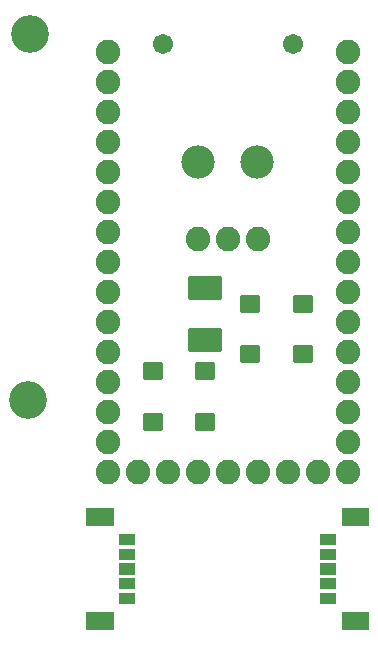
<source format=gbr>
G04 --- HEADER BEGIN --- *
G04 #@! TF.GenerationSoftware,LibrePCB,LibrePCB,1.1.0*
G04 #@! TF.CreationDate,2024-04-23T21:01:02*
G04 #@! TF.ProjectId,motherboard (Version 2),e7e7bca0-b6b9-4684-b626-93943a2f5169,version_2*
G04 #@! TF.Part,Single*
G04 #@! TF.SameCoordinates*
G04 #@! TF.FileFunction,Soldermask,Bot*
G04 #@! TF.FilePolarity,Negative*
%FSLAX66Y66*%
%MOMM*%
G01*
G75*
G04 --- HEADER END --- *
G04 --- APERTURE LIST BEGIN --- *
%ADD10C,2.0796*%
%AMROUNDEDRECT11*20,1,1.47,-0.735,0.0,0.735,0.0,0.0*20,1,1.27,-0.835,0.0,0.835,0.0,0.0*1,1,0.2,-0.735,0.635*1,1,0.2,0.735,0.635*1,1,0.2,0.735,-0.635*1,1,0.2,-0.735,-0.635*%
%ADD11ROUNDEDRECT11*%
%AMROUNDEDRECT12*20,1,2.0,-1.35,0.0,1.35,0.0,0.0*20,1,1.8,-1.45,0.0,1.45,0.0,0.0*1,1,0.2,-1.35,0.9*1,1,0.2,1.35,0.9*1,1,0.2,1.35,-0.9*1,1,0.2,-1.35,-0.9*%
%ADD12ROUNDEDRECT12*%
%ADD13C,0.01*%
%ADD14C,1.708*%
%ADD15C,2.825*%
%ADD16C,3.2*%
G04 --- APERTURE LIST END --- *
G04 --- BOARD BEGIN --- *
D10*
G04 #@! TO.C,J6*
X42545000Y62865000D03*
X42545000Y65405000D03*
X42545000Y70485000D03*
X42545000Y60325000D03*
X42545000Y40005000D03*
X42545000Y42545000D03*
X42545000Y47625000D03*
X42545000Y52705000D03*
X42545000Y37465000D03*
X42545000Y57785000D03*
X42545000Y67945000D03*
X42545000Y45085000D03*
X42545000Y55245000D03*
X42545000Y50165000D03*
D11*
G04 #@! TO.C,D7*
X59055000Y44840000D03*
X59055000Y49140000D03*
D12*
G04 #@! TO.C,R3*
X50800000Y46060000D03*
X50800000Y50460000D03*
D10*
G04 #@! TO.C,J7*
X62865000Y62865000D03*
X62865000Y65405000D03*
X62865000Y70485000D03*
X62865000Y60325000D03*
X62865000Y40005000D03*
X62865000Y42545000D03*
X62865000Y47625000D03*
X62865000Y52705000D03*
X62865000Y37465000D03*
X62865000Y57785000D03*
X62865000Y67945000D03*
X62865000Y45085000D03*
X62865000Y55245000D03*
X62865000Y50165000D03*
D11*
G04 #@! TO.C,D4*
X46355000Y39125000D03*
X46355000Y43425000D03*
D13*
G04 #@! TO.C,J1*
G36*
X60533800Y24943800D02*
X60533800Y25896200D01*
X61886200Y25896200D01*
X61886200Y24943800D01*
X60533800Y24943800D01*
G37*
G36*
X62353800Y21543800D02*
X62353800Y22996200D01*
X64656200Y22996200D01*
X64656200Y21543800D01*
X62353800Y21543800D01*
G37*
G36*
X60533800Y23693800D02*
X60533800Y24646200D01*
X61886200Y24646200D01*
X61886200Y23693800D01*
X60533800Y23693800D01*
G37*
G36*
X60533800Y26193800D02*
X60533800Y27146200D01*
X61886200Y27146200D01*
X61886200Y26193800D01*
X60533800Y26193800D01*
G37*
G36*
X62353800Y30343800D02*
X62353800Y31796200D01*
X64656200Y31796200D01*
X64656200Y30343800D01*
X62353800Y30343800D01*
G37*
G36*
X60533800Y27443800D02*
X60533800Y28396200D01*
X61886200Y28396200D01*
X61886200Y27443800D01*
X60533800Y27443800D01*
G37*
G36*
X60533800Y28693800D02*
X60533800Y29646200D01*
X61886200Y29646200D01*
X61886200Y28693800D01*
X60533800Y28693800D01*
G37*
G04 #@! TO.C,J2*
G36*
X44876200Y28396200D02*
X44876200Y27443800D01*
X43523800Y27443800D01*
X43523800Y28396200D01*
X44876200Y28396200D01*
G37*
G36*
X43056200Y31796200D02*
X43056200Y30343800D01*
X40753800Y30343800D01*
X40753800Y31796200D01*
X43056200Y31796200D01*
G37*
G36*
X44876200Y29646200D02*
X44876200Y28693800D01*
X43523800Y28693800D01*
X43523800Y29646200D01*
X44876200Y29646200D01*
G37*
G36*
X44876200Y27146200D02*
X44876200Y26193800D01*
X43523800Y26193800D01*
X43523800Y27146200D01*
X44876200Y27146200D01*
G37*
G36*
X43056200Y22996200D02*
X43056200Y21543800D01*
X40753800Y21543800D01*
X40753800Y22996200D01*
X43056200Y22996200D01*
G37*
G36*
X44876200Y25896200D02*
X44876200Y24943800D01*
X43523800Y24943800D01*
X43523800Y25896200D01*
X44876200Y25896200D01*
G37*
G36*
X44876200Y24646200D02*
X44876200Y23693800D01*
X43523800Y23693800D01*
X43523800Y24646200D01*
X44876200Y24646200D01*
G37*
D11*
G04 #@! TO.C,D3*
X50800000Y39125000D03*
X50800000Y43425000D03*
D10*
G04 #@! TO.C,J8*
X52705000Y34925000D03*
X45085000Y34925000D03*
X47625000Y34925000D03*
X55245000Y34925000D03*
X42545000Y34925000D03*
X50165000Y34925000D03*
X57785000Y34925000D03*
X60325000Y34925000D03*
X62865000Y34925000D03*
D14*
G04 #@! TO.C,J4*
X58220000Y71150000D03*
X47220000Y71150000D03*
D15*
X50220000Y61150000D03*
X55220000Y61150000D03*
D11*
G04 #@! TO.C,D8*
X54610000Y44840000D03*
X54610000Y49140000D03*
D10*
G04 #@! TO.C,S1*
X52705000Y54610000D03*
X55245000Y54610000D03*
X50165000Y54610000D03*
D16*
G04 #@! TD*
X35800000Y41000000D03*
X36000000Y72000000D03*
G04 --- BOARD END --- *
G04 #@! TF.MD5,b7b547023df6db28fb2bf438e7205399*
M02*

</source>
